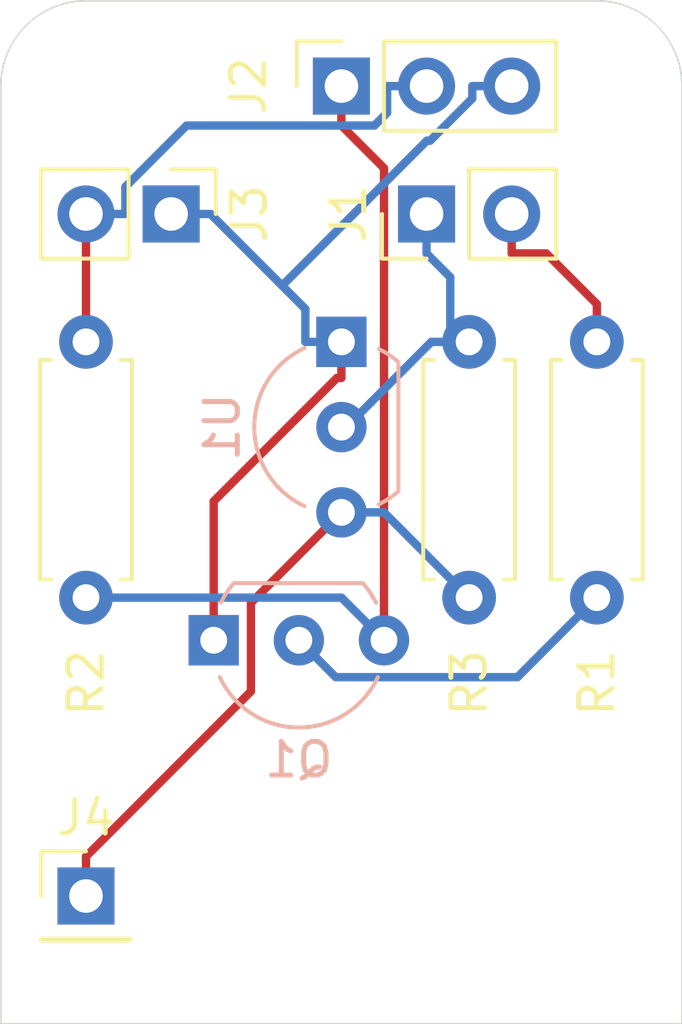
<source format=kicad_pcb>
(kicad_pcb (version 20171130) (host pcbnew "(5.1.2)-2")

  (general
    (thickness 1.6)
    (drawings 6)
    (tracks 47)
    (zones 0)
    (modules 9)
    (nets 8)
  )

  (page A4)
  (layers
    (0 F.Cu signal)
    (31 B.Cu signal)
    (32 B.Adhes user)
    (33 F.Adhes user)
    (34 B.Paste user)
    (35 F.Paste user)
    (36 B.SilkS user)
    (37 F.SilkS user)
    (38 B.Mask user)
    (39 F.Mask user)
    (40 Dwgs.User user)
    (41 Cmts.User user)
    (42 Eco1.User user)
    (43 Eco2.User user)
    (44 Edge.Cuts user)
    (45 Margin user)
    (46 B.CrtYd user)
    (47 F.CrtYd user)
    (48 B.Fab user)
    (49 F.Fab user)
  )

  (setup
    (last_trace_width 0.25)
    (trace_clearance 0.2)
    (zone_clearance 0.508)
    (zone_45_only no)
    (trace_min 0.2)
    (via_size 0.8)
    (via_drill 0.4)
    (via_min_size 0.4)
    (via_min_drill 0.3)
    (uvia_size 0.3)
    (uvia_drill 0.1)
    (uvias_allowed no)
    (uvia_min_size 0.2)
    (uvia_min_drill 0.1)
    (edge_width 0.05)
    (segment_width 0.2)
    (pcb_text_width 0.3)
    (pcb_text_size 1.5 1.5)
    (mod_edge_width 0.12)
    (mod_text_size 1 1)
    (mod_text_width 0.15)
    (pad_size 1.524 1.524)
    (pad_drill 0.762)
    (pad_to_mask_clearance 0.051)
    (solder_mask_min_width 0.25)
    (aux_axis_origin 0 0)
    (visible_elements FFFFFF7F)
    (pcbplotparams
      (layerselection 0x010fc_ffffffff)
      (usegerberextensions false)
      (usegerberattributes false)
      (usegerberadvancedattributes false)
      (creategerberjobfile false)
      (excludeedgelayer true)
      (linewidth 0.100000)
      (plotframeref false)
      (viasonmask false)
      (mode 1)
      (useauxorigin false)
      (hpglpennumber 1)
      (hpglpenspeed 20)
      (hpglpendiameter 15.000000)
      (psnegative false)
      (psa4output false)
      (plotreference true)
      (plotvalue true)
      (plotinvisibletext false)
      (padsonsilk false)
      (subtractmaskfromsilk false)
      (outputformat 1)
      (mirror false)
      (drillshape 0)
      (scaleselection 1)
      (outputdirectory "gerber/"))
  )

  (net 0 "")
  (net 1 "Net-(J1-Pad1)")
  (net 2 "Net-(J1-Pad2)")
  (net 3 "Net-(J2-Pad1)")
  (net 4 +5V)
  (net 5 GND)
  (net 6 +3V3)
  (net 7 "Net-(Q1-Pad2)")

  (net_class Default "This is the default net class."
    (clearance 0.2)
    (trace_width 0.25)
    (via_dia 0.8)
    (via_drill 0.4)
    (uvia_dia 0.3)
    (uvia_drill 0.1)
    (add_net +3V3)
    (add_net +5V)
    (add_net GND)
    (add_net "Net-(J1-Pad1)")
    (add_net "Net-(J1-Pad2)")
    (add_net "Net-(J2-Pad1)")
    (add_net "Net-(Q1-Pad2)")
  )

  (module Connector_PinHeader_2.54mm:PinHeader_1x02_P2.54mm_Vertical (layer F.Cu) (tedit 59FED5CC) (tstamp 5DDBC998)
    (at 139.7 73.66 90)
    (descr "Through hole straight pin header, 1x02, 2.54mm pitch, single row")
    (tags "Through hole pin header THT 1x02 2.54mm single row")
    (path /5DDC047E)
    (fp_text reference J1 (at 0 -2.33 90) (layer F.SilkS)
      (effects (font (size 1 1) (thickness 0.15)))
    )
    (fp_text value in_out (at 0 4.87 90) (layer F.Fab)
      (effects (font (size 1 1) (thickness 0.15)))
    )
    (fp_line (start -0.635 -1.27) (end 1.27 -1.27) (layer F.Fab) (width 0.1))
    (fp_line (start 1.27 -1.27) (end 1.27 3.81) (layer F.Fab) (width 0.1))
    (fp_line (start 1.27 3.81) (end -1.27 3.81) (layer F.Fab) (width 0.1))
    (fp_line (start -1.27 3.81) (end -1.27 -0.635) (layer F.Fab) (width 0.1))
    (fp_line (start -1.27 -0.635) (end -0.635 -1.27) (layer F.Fab) (width 0.1))
    (fp_line (start -1.33 3.87) (end 1.33 3.87) (layer F.SilkS) (width 0.12))
    (fp_line (start -1.33 1.27) (end -1.33 3.87) (layer F.SilkS) (width 0.12))
    (fp_line (start 1.33 1.27) (end 1.33 3.87) (layer F.SilkS) (width 0.12))
    (fp_line (start -1.33 1.27) (end 1.33 1.27) (layer F.SilkS) (width 0.12))
    (fp_line (start -1.33 0) (end -1.33 -1.33) (layer F.SilkS) (width 0.12))
    (fp_line (start -1.33 -1.33) (end 0 -1.33) (layer F.SilkS) (width 0.12))
    (fp_line (start -1.8 -1.8) (end -1.8 4.35) (layer F.CrtYd) (width 0.05))
    (fp_line (start -1.8 4.35) (end 1.8 4.35) (layer F.CrtYd) (width 0.05))
    (fp_line (start 1.8 4.35) (end 1.8 -1.8) (layer F.CrtYd) (width 0.05))
    (fp_line (start 1.8 -1.8) (end -1.8 -1.8) (layer F.CrtYd) (width 0.05))
    (fp_text user %R (at 0 1.27) (layer F.Fab)
      (effects (font (size 1 1) (thickness 0.15)))
    )
    (pad 1 thru_hole rect (at 0 0 90) (size 1.7 1.7) (drill 1) (layers *.Cu *.Mask)
      (net 1 "Net-(J1-Pad1)"))
    (pad 2 thru_hole oval (at 0 2.54 90) (size 1.7 1.7) (drill 1) (layers *.Cu *.Mask)
      (net 2 "Net-(J1-Pad2)"))
    (model ${KISYS3DMOD}/Connector_PinHeader_2.54mm.3dshapes/PinHeader_1x02_P2.54mm_Vertical.wrl
      (at (xyz 0 0 0))
      (scale (xyz 1 1 1))
      (rotate (xyz 0 0 0))
    )
  )

  (module Connector_PinSocket_2.54mm:PinSocket_1x03_P2.54mm_Vertical (layer F.Cu) (tedit 5A19A429) (tstamp 5DDBC9AF)
    (at 137.16 69.85 90)
    (descr "Through hole straight socket strip, 1x03, 2.54mm pitch, single row (from Kicad 4.0.7), script generated")
    (tags "Through hole socket strip THT 1x03 2.54mm single row")
    (path /5DDB7500)
    (fp_text reference J2 (at 0 -2.77 90) (layer F.SilkS)
      (effects (font (size 1 1) (thickness 0.15)))
    )
    (fp_text value cat5 (at 0 7.85 90) (layer F.Fab)
      (effects (font (size 1 1) (thickness 0.15)))
    )
    (fp_line (start -1.27 -1.27) (end 0.635 -1.27) (layer F.Fab) (width 0.1))
    (fp_line (start 0.635 -1.27) (end 1.27 -0.635) (layer F.Fab) (width 0.1))
    (fp_line (start 1.27 -0.635) (end 1.27 6.35) (layer F.Fab) (width 0.1))
    (fp_line (start 1.27 6.35) (end -1.27 6.35) (layer F.Fab) (width 0.1))
    (fp_line (start -1.27 6.35) (end -1.27 -1.27) (layer F.Fab) (width 0.1))
    (fp_line (start -1.33 1.27) (end 1.33 1.27) (layer F.SilkS) (width 0.12))
    (fp_line (start -1.33 1.27) (end -1.33 6.41) (layer F.SilkS) (width 0.12))
    (fp_line (start -1.33 6.41) (end 1.33 6.41) (layer F.SilkS) (width 0.12))
    (fp_line (start 1.33 1.27) (end 1.33 6.41) (layer F.SilkS) (width 0.12))
    (fp_line (start 1.33 -1.33) (end 1.33 0) (layer F.SilkS) (width 0.12))
    (fp_line (start 0 -1.33) (end 1.33 -1.33) (layer F.SilkS) (width 0.12))
    (fp_line (start -1.8 -1.8) (end 1.75 -1.8) (layer F.CrtYd) (width 0.05))
    (fp_line (start 1.75 -1.8) (end 1.75 6.85) (layer F.CrtYd) (width 0.05))
    (fp_line (start 1.75 6.85) (end -1.8 6.85) (layer F.CrtYd) (width 0.05))
    (fp_line (start -1.8 6.85) (end -1.8 -1.8) (layer F.CrtYd) (width 0.05))
    (fp_text user %R (at 0 2.54) (layer F.Fab)
      (effects (font (size 1 1) (thickness 0.15)))
    )
    (pad 1 thru_hole rect (at 0 0 90) (size 1.7 1.7) (drill 1) (layers *.Cu *.Mask)
      (net 3 "Net-(J2-Pad1)"))
    (pad 2 thru_hole oval (at 0 2.54 90) (size 1.7 1.7) (drill 1) (layers *.Cu *.Mask)
      (net 4 +5V))
    (pad 3 thru_hole oval (at 0 5.08 90) (size 1.7 1.7) (drill 1) (layers *.Cu *.Mask)
      (net 5 GND))
    (model ${KISYS3DMOD}/Connector_PinSocket_2.54mm.3dshapes/PinSocket_1x03_P2.54mm_Vertical.wrl
      (at (xyz 0 0 0))
      (scale (xyz 1 1 1))
      (rotate (xyz 0 0 0))
    )
  )

  (module Connector_PinHeader_2.54mm:PinHeader_1x02_P2.54mm_Vertical (layer F.Cu) (tedit 59FED5CC) (tstamp 5DDBC9C5)
    (at 132.08 73.66 270)
    (descr "Through hole straight pin header, 1x02, 2.54mm pitch, single row")
    (tags "Through hole pin header THT 1x02 2.54mm single row")
    (path /5DDC324E)
    (fp_text reference J3 (at 0 -2.33 90) (layer F.SilkS)
      (effects (font (size 1 1) (thickness 0.15)))
    )
    (fp_text value 5v_G (at -2.54 2.54 180) (layer F.Fab)
      (effects (font (size 1 1) (thickness 0.15)))
    )
    (fp_text user %R (at 0 1.27) (layer F.Fab)
      (effects (font (size 1 1) (thickness 0.15)))
    )
    (fp_line (start 1.8 -1.8) (end -1.8 -1.8) (layer F.CrtYd) (width 0.05))
    (fp_line (start 1.8 4.35) (end 1.8 -1.8) (layer F.CrtYd) (width 0.05))
    (fp_line (start -1.8 4.35) (end 1.8 4.35) (layer F.CrtYd) (width 0.05))
    (fp_line (start -1.8 -1.8) (end -1.8 4.35) (layer F.CrtYd) (width 0.05))
    (fp_line (start -1.33 -1.33) (end 0 -1.33) (layer F.SilkS) (width 0.12))
    (fp_line (start -1.33 0) (end -1.33 -1.33) (layer F.SilkS) (width 0.12))
    (fp_line (start -1.33 1.27) (end 1.33 1.27) (layer F.SilkS) (width 0.12))
    (fp_line (start 1.33 1.27) (end 1.33 3.87) (layer F.SilkS) (width 0.12))
    (fp_line (start -1.33 1.27) (end -1.33 3.87) (layer F.SilkS) (width 0.12))
    (fp_line (start -1.33 3.87) (end 1.33 3.87) (layer F.SilkS) (width 0.12))
    (fp_line (start -1.27 -0.635) (end -0.635 -1.27) (layer F.Fab) (width 0.1))
    (fp_line (start -1.27 3.81) (end -1.27 -0.635) (layer F.Fab) (width 0.1))
    (fp_line (start 1.27 3.81) (end -1.27 3.81) (layer F.Fab) (width 0.1))
    (fp_line (start 1.27 -1.27) (end 1.27 3.81) (layer F.Fab) (width 0.1))
    (fp_line (start -0.635 -1.27) (end 1.27 -1.27) (layer F.Fab) (width 0.1))
    (pad 2 thru_hole oval (at 0 2.54 270) (size 1.7 1.7) (drill 1) (layers *.Cu *.Mask)
      (net 4 +5V))
    (pad 1 thru_hole rect (at 0 0 270) (size 1.7 1.7) (drill 1) (layers *.Cu *.Mask)
      (net 5 GND))
    (model ${KISYS3DMOD}/Connector_PinHeader_2.54mm.3dshapes/PinHeader_1x02_P2.54mm_Vertical.wrl
      (at (xyz 0 0 0))
      (scale (xyz 1 1 1))
      (rotate (xyz 0 0 0))
    )
  )

  (module Connector_PinHeader_2.54mm:PinHeader_1x01_P2.54mm_Vertical (layer F.Cu) (tedit 59FED5CC) (tstamp 5DDBC9DA)
    (at 129.54 93.98)
    (descr "Through hole straight pin header, 1x01, 2.54mm pitch, single row")
    (tags "Through hole pin header THT 1x01 2.54mm single row")
    (path /5DDD2C9F)
    (fp_text reference J4 (at 0 -2.33) (layer F.SilkS)
      (effects (font (size 1 1) (thickness 0.15)))
    )
    (fp_text value 3.3v (at 0 2.33) (layer F.Fab)
      (effects (font (size 1 1) (thickness 0.15)))
    )
    (fp_line (start -0.635 -1.27) (end 1.27 -1.27) (layer F.Fab) (width 0.1))
    (fp_line (start 1.27 -1.27) (end 1.27 1.27) (layer F.Fab) (width 0.1))
    (fp_line (start 1.27 1.27) (end -1.27 1.27) (layer F.Fab) (width 0.1))
    (fp_line (start -1.27 1.27) (end -1.27 -0.635) (layer F.Fab) (width 0.1))
    (fp_line (start -1.27 -0.635) (end -0.635 -1.27) (layer F.Fab) (width 0.1))
    (fp_line (start -1.33 1.33) (end 1.33 1.33) (layer F.SilkS) (width 0.12))
    (fp_line (start -1.33 1.27) (end -1.33 1.33) (layer F.SilkS) (width 0.12))
    (fp_line (start 1.33 1.27) (end 1.33 1.33) (layer F.SilkS) (width 0.12))
    (fp_line (start -1.33 1.27) (end 1.33 1.27) (layer F.SilkS) (width 0.12))
    (fp_line (start -1.33 0) (end -1.33 -1.33) (layer F.SilkS) (width 0.12))
    (fp_line (start -1.33 -1.33) (end 0 -1.33) (layer F.SilkS) (width 0.12))
    (fp_line (start -1.8 -1.8) (end -1.8 1.8) (layer F.CrtYd) (width 0.05))
    (fp_line (start -1.8 1.8) (end 1.8 1.8) (layer F.CrtYd) (width 0.05))
    (fp_line (start 1.8 1.8) (end 1.8 -1.8) (layer F.CrtYd) (width 0.05))
    (fp_line (start 1.8 -1.8) (end -1.8 -1.8) (layer F.CrtYd) (width 0.05))
    (fp_text user %R (at 0 0 90) (layer F.Fab)
      (effects (font (size 1 1) (thickness 0.15)))
    )
    (pad 1 thru_hole rect (at 0 0) (size 1.7 1.7) (drill 1) (layers *.Cu *.Mask)
      (net 6 +3V3))
    (model ${KISYS3DMOD}/Connector_PinHeader_2.54mm.3dshapes/PinHeader_1x01_P2.54mm_Vertical.wrl
      (at (xyz 0 0 0))
      (scale (xyz 1 1 1))
      (rotate (xyz 0 0 0))
    )
  )

  (module Package_TO_SOT_THT:TO-92L_Inline_Wide (layer B.Cu) (tedit 5A11996A) (tstamp 5DDBC9EE)
    (at 133.35 86.36)
    (descr "TO-92L leads in-line (large body variant of TO-92), also known as TO-226, wide, drill 0.75mm (see https://www.diodes.com/assets/Package-Files/TO92L.pdf and http://www.ti.com/lit/an/snoa059/snoa059.pdf)")
    (tags "TO-92L Inline Wide transistor")
    (path /5DDB8A39)
    (fp_text reference Q1 (at 2.54 3.56) (layer B.SilkS)
      (effects (font (size 1 1) (thickness 0.15)) (justify mirror))
    )
    (fp_text value 2N2222A (at 2.54 3.81) (layer F.Fab)
      (effects (font (size 1 1) (thickness 0.15)))
    )
    (fp_text user %R (at 2.54 3.56) (layer B.Fab)
      (effects (font (size 1 1) (thickness 0.15)) (justify mirror))
    )
    (fp_line (start 0.6 -1.7) (end 4.45 -1.7) (layer B.SilkS) (width 0.12))
    (fp_line (start 0.65 -1.6) (end 4.4 -1.6) (layer B.Fab) (width 0.1))
    (fp_line (start -1 2.75) (end 6.1 2.75) (layer B.CrtYd) (width 0.05))
    (fp_line (start -1 2.75) (end -1 -1.85) (layer B.CrtYd) (width 0.05))
    (fp_line (start 6.1 -1.85) (end 6.1 2.75) (layer B.CrtYd) (width 0.05))
    (fp_line (start 6.1 -1.85) (end -1 -1.85) (layer B.CrtYd) (width 0.05))
    (fp_arc (start 2.54 0) (end 0.6 -1.7) (angle -15.44288892) (layer B.SilkS) (width 0.12))
    (fp_arc (start 2.54 0) (end 2.54 2.6) (angle 65) (layer B.SilkS) (width 0.12))
    (fp_arc (start 2.54 0) (end 2.54 2.6) (angle -65) (layer B.SilkS) (width 0.12))
    (fp_arc (start 2.54 0) (end 2.54 2.48) (angle -129.9527847) (layer B.Fab) (width 0.1))
    (fp_arc (start 2.54 0) (end 2.54 2.48) (angle 130.2499344) (layer B.Fab) (width 0.1))
    (fp_arc (start 2.54 0) (end 4.45 -1.7) (angle 15.88591585) (layer B.SilkS) (width 0.12))
    (pad 2 thru_hole circle (at 2.54 0 270) (size 1.5 1.5) (drill 0.8) (layers *.Cu *.Mask)
      (net 7 "Net-(Q1-Pad2)"))
    (pad 3 thru_hole circle (at 5.08 0 270) (size 1.5 1.5) (drill 0.8) (layers *.Cu *.Mask)
      (net 3 "Net-(J2-Pad1)"))
    (pad 1 thru_hole rect (at 0 0 270) (size 1.5 1.5) (drill 0.8) (layers *.Cu *.Mask)
      (net 5 GND))
    (model ${KISYS3DMOD}/Package_TO_SOT_THT.3dshapes/TO-92L_Inline_Wide.wrl
      (at (xyz 0 0 0))
      (scale (xyz 1 1 1))
      (rotate (xyz 0 0 0))
    )
  )

  (module Resistor_THT:R_Axial_DIN0207_L6.3mm_D2.5mm_P7.62mm_Horizontal (layer F.Cu) (tedit 5AE5139B) (tstamp 5DDBCA05)
    (at 144.78 85.09 90)
    (descr "Resistor, Axial_DIN0207 series, Axial, Horizontal, pin pitch=7.62mm, 0.25W = 1/4W, length*diameter=6.3*2.5mm^2, http://cdn-reichelt.de/documents/datenblatt/B400/1_4W%23YAG.pdf")
    (tags "Resistor Axial_DIN0207 series Axial Horizontal pin pitch 7.62mm 0.25W = 1/4W length 6.3mm diameter 2.5mm")
    (path /5DDBDDDA)
    (fp_text reference R1 (at -2.54 0 90) (layer F.SilkS)
      (effects (font (size 1 1) (thickness 0.15)))
    )
    (fp_text value 1k (at 5.08 0 90) (layer F.Fab)
      (effects (font (size 1 1) (thickness 0.15)))
    )
    (fp_text user %R (at 2.54 0 90) (layer F.Fab)
      (effects (font (size 1 1) (thickness 0.15)))
    )
    (fp_line (start 8.67 -1.5) (end -1.05 -1.5) (layer F.CrtYd) (width 0.05))
    (fp_line (start 8.67 1.5) (end 8.67 -1.5) (layer F.CrtYd) (width 0.05))
    (fp_line (start -1.05 1.5) (end 8.67 1.5) (layer F.CrtYd) (width 0.05))
    (fp_line (start -1.05 -1.5) (end -1.05 1.5) (layer F.CrtYd) (width 0.05))
    (fp_line (start 7.08 1.37) (end 7.08 1.04) (layer F.SilkS) (width 0.12))
    (fp_line (start 0.54 1.37) (end 7.08 1.37) (layer F.SilkS) (width 0.12))
    (fp_line (start 0.54 1.04) (end 0.54 1.37) (layer F.SilkS) (width 0.12))
    (fp_line (start 7.08 -1.37) (end 7.08 -1.04) (layer F.SilkS) (width 0.12))
    (fp_line (start 0.54 -1.37) (end 7.08 -1.37) (layer F.SilkS) (width 0.12))
    (fp_line (start 0.54 -1.04) (end 0.54 -1.37) (layer F.SilkS) (width 0.12))
    (fp_line (start 7.62 0) (end 6.96 0) (layer F.Fab) (width 0.1))
    (fp_line (start 0 0) (end 0.66 0) (layer F.Fab) (width 0.1))
    (fp_line (start 6.96 -1.25) (end 0.66 -1.25) (layer F.Fab) (width 0.1))
    (fp_line (start 6.96 1.25) (end 6.96 -1.25) (layer F.Fab) (width 0.1))
    (fp_line (start 0.66 1.25) (end 6.96 1.25) (layer F.Fab) (width 0.1))
    (fp_line (start 0.66 -1.25) (end 0.66 1.25) (layer F.Fab) (width 0.1))
    (pad 2 thru_hole oval (at 7.62 0 90) (size 1.6 1.6) (drill 0.8) (layers *.Cu *.Mask)
      (net 2 "Net-(J1-Pad2)"))
    (pad 1 thru_hole circle (at 0 0 90) (size 1.6 1.6) (drill 0.8) (layers *.Cu *.Mask)
      (net 7 "Net-(Q1-Pad2)"))
    (model ${KISYS3DMOD}/Resistor_THT.3dshapes/R_Axial_DIN0207_L6.3mm_D2.5mm_P7.62mm_Horizontal.wrl
      (at (xyz 0 0 0))
      (scale (xyz 1 1 1))
      (rotate (xyz 0 0 0))
    )
  )

  (module Resistor_THT:R_Axial_DIN0207_L6.3mm_D2.5mm_P7.62mm_Horizontal (layer F.Cu) (tedit 5AE5139B) (tstamp 5DDBCA1C)
    (at 129.54 77.47 270)
    (descr "Resistor, Axial_DIN0207 series, Axial, Horizontal, pin pitch=7.62mm, 0.25W = 1/4W, length*diameter=6.3*2.5mm^2, http://cdn-reichelt.de/documents/datenblatt/B400/1_4W%23YAG.pdf")
    (tags "Resistor Axial_DIN0207 series Axial Horizontal pin pitch 7.62mm 0.25W = 1/4W length 6.3mm diameter 2.5mm")
    (path /5DDBC4C5)
    (fp_text reference R2 (at 10.16 0 90) (layer F.SilkS)
      (effects (font (size 1 1) (thickness 0.15)))
    )
    (fp_text value 470 (at 2.54 0 90) (layer F.Fab)
      (effects (font (size 1 1) (thickness 0.15)))
    )
    (fp_line (start 0.66 -1.25) (end 0.66 1.25) (layer F.Fab) (width 0.1))
    (fp_line (start 0.66 1.25) (end 6.96 1.25) (layer F.Fab) (width 0.1))
    (fp_line (start 6.96 1.25) (end 6.96 -1.25) (layer F.Fab) (width 0.1))
    (fp_line (start 6.96 -1.25) (end 0.66 -1.25) (layer F.Fab) (width 0.1))
    (fp_line (start 0 0) (end 0.66 0) (layer F.Fab) (width 0.1))
    (fp_line (start 7.62 0) (end 6.96 0) (layer F.Fab) (width 0.1))
    (fp_line (start 0.54 -1.04) (end 0.54 -1.37) (layer F.SilkS) (width 0.12))
    (fp_line (start 0.54 -1.37) (end 7.08 -1.37) (layer F.SilkS) (width 0.12))
    (fp_line (start 7.08 -1.37) (end 7.08 -1.04) (layer F.SilkS) (width 0.12))
    (fp_line (start 0.54 1.04) (end 0.54 1.37) (layer F.SilkS) (width 0.12))
    (fp_line (start 0.54 1.37) (end 7.08 1.37) (layer F.SilkS) (width 0.12))
    (fp_line (start 7.08 1.37) (end 7.08 1.04) (layer F.SilkS) (width 0.12))
    (fp_line (start -1.05 -1.5) (end -1.05 1.5) (layer F.CrtYd) (width 0.05))
    (fp_line (start -1.05 1.5) (end 8.67 1.5) (layer F.CrtYd) (width 0.05))
    (fp_line (start 8.67 1.5) (end 8.67 -1.5) (layer F.CrtYd) (width 0.05))
    (fp_line (start 8.67 -1.5) (end -1.05 -1.5) (layer F.CrtYd) (width 0.05))
    (fp_text user %R (at 5.08 0 90) (layer F.Fab)
      (effects (font (size 1 1) (thickness 0.15)))
    )
    (pad 1 thru_hole circle (at 0 0 270) (size 1.6 1.6) (drill 0.8) (layers *.Cu *.Mask)
      (net 4 +5V))
    (pad 2 thru_hole oval (at 7.62 0 270) (size 1.6 1.6) (drill 0.8) (layers *.Cu *.Mask)
      (net 3 "Net-(J2-Pad1)"))
    (model ${KISYS3DMOD}/Resistor_THT.3dshapes/R_Axial_DIN0207_L6.3mm_D2.5mm_P7.62mm_Horizontal.wrl
      (at (xyz 0 0 0))
      (scale (xyz 1 1 1))
      (rotate (xyz 0 0 0))
    )
  )

  (module Resistor_THT:R_Axial_DIN0207_L6.3mm_D2.5mm_P7.62mm_Horizontal (layer F.Cu) (tedit 5AE5139B) (tstamp 5DDBCA33)
    (at 140.97 85.09 90)
    (descr "Resistor, Axial_DIN0207 series, Axial, Horizontal, pin pitch=7.62mm, 0.25W = 1/4W, length*diameter=6.3*2.5mm^2, http://cdn-reichelt.de/documents/datenblatt/B400/1_4W%23YAG.pdf")
    (tags "Resistor Axial_DIN0207 series Axial Horizontal pin pitch 7.62mm 0.25W = 1/4W length 6.3mm diameter 2.5mm")
    (path /5DDD068D)
    (fp_text reference R3 (at -2.54 0 90) (layer F.SilkS)
      (effects (font (size 1 1) (thickness 0.15)))
    )
    (fp_text value 4.7k (at 5.08 0 90) (layer F.Fab)
      (effects (font (size 1 1) (thickness 0.15)))
    )
    (fp_line (start 0.66 -1.25) (end 0.66 1.25) (layer F.Fab) (width 0.1))
    (fp_line (start 0.66 1.25) (end 6.96 1.25) (layer F.Fab) (width 0.1))
    (fp_line (start 6.96 1.25) (end 6.96 -1.25) (layer F.Fab) (width 0.1))
    (fp_line (start 6.96 -1.25) (end 0.66 -1.25) (layer F.Fab) (width 0.1))
    (fp_line (start 0 0) (end 0.66 0) (layer F.Fab) (width 0.1))
    (fp_line (start 7.62 0) (end 6.96 0) (layer F.Fab) (width 0.1))
    (fp_line (start 0.54 -1.04) (end 0.54 -1.37) (layer F.SilkS) (width 0.12))
    (fp_line (start 0.54 -1.37) (end 7.08 -1.37) (layer F.SilkS) (width 0.12))
    (fp_line (start 7.08 -1.37) (end 7.08 -1.04) (layer F.SilkS) (width 0.12))
    (fp_line (start 0.54 1.04) (end 0.54 1.37) (layer F.SilkS) (width 0.12))
    (fp_line (start 0.54 1.37) (end 7.08 1.37) (layer F.SilkS) (width 0.12))
    (fp_line (start 7.08 1.37) (end 7.08 1.04) (layer F.SilkS) (width 0.12))
    (fp_line (start -1.05 -1.5) (end -1.05 1.5) (layer F.CrtYd) (width 0.05))
    (fp_line (start -1.05 1.5) (end 8.67 1.5) (layer F.CrtYd) (width 0.05))
    (fp_line (start 8.67 1.5) (end 8.67 -1.5) (layer F.CrtYd) (width 0.05))
    (fp_line (start 8.67 -1.5) (end -1.05 -1.5) (layer F.CrtYd) (width 0.05))
    (fp_text user %R (at 2.54 0 90) (layer F.Fab)
      (effects (font (size 1 1) (thickness 0.15)))
    )
    (pad 1 thru_hole circle (at 0 0 90) (size 1.6 1.6) (drill 0.8) (layers *.Cu *.Mask)
      (net 6 +3V3))
    (pad 2 thru_hole oval (at 7.62 0 90) (size 1.6 1.6) (drill 0.8) (layers *.Cu *.Mask)
      (net 1 "Net-(J1-Pad1)"))
    (model ${KISYS3DMOD}/Resistor_THT.3dshapes/R_Axial_DIN0207_L6.3mm_D2.5mm_P7.62mm_Horizontal.wrl
      (at (xyz 0 0 0))
      (scale (xyz 1 1 1))
      (rotate (xyz 0 0 0))
    )
  )

  (module Package_TO_SOT_THT:TO-92L_Inline_Wide (layer B.Cu) (tedit 5A11996A) (tstamp 5DDBCA47)
    (at 137.16 77.47 270)
    (descr "TO-92L leads in-line (large body variant of TO-92), also known as TO-226, wide, drill 0.75mm (see https://www.diodes.com/assets/Package-Files/TO92L.pdf and http://www.ti.com/lit/an/snoa059/snoa059.pdf)")
    (tags "TO-92L Inline Wide transistor")
    (path /5DDCAF64)
    (fp_text reference U1 (at 2.54 3.56 90) (layer B.SilkS)
      (effects (font (size 1 1) (thickness 0.15)) (justify mirror))
    )
    (fp_text value DS18B20 (at 2.54 3.81 90) (layer F.Fab)
      (effects (font (size 1 1) (thickness 0.15)))
    )
    (fp_arc (start 2.54 0) (end 4.45 -1.7) (angle 15.88591585) (layer B.SilkS) (width 0.12))
    (fp_arc (start 2.54 0) (end 2.54 2.48) (angle 130.2499344) (layer B.Fab) (width 0.1))
    (fp_arc (start 2.54 0) (end 2.54 2.48) (angle -129.9527847) (layer B.Fab) (width 0.1))
    (fp_arc (start 2.54 0) (end 2.54 2.6) (angle -65) (layer B.SilkS) (width 0.12))
    (fp_arc (start 2.54 0) (end 2.54 2.6) (angle 65) (layer B.SilkS) (width 0.12))
    (fp_arc (start 2.54 0) (end 0.6 -1.7) (angle -15.44288892) (layer B.SilkS) (width 0.12))
    (fp_line (start 6.1 -1.85) (end -1 -1.85) (layer B.CrtYd) (width 0.05))
    (fp_line (start 6.1 -1.85) (end 6.1 2.75) (layer B.CrtYd) (width 0.05))
    (fp_line (start -1 2.75) (end -1 -1.85) (layer B.CrtYd) (width 0.05))
    (fp_line (start -1 2.75) (end 6.1 2.75) (layer B.CrtYd) (width 0.05))
    (fp_line (start 0.65 -1.6) (end 4.4 -1.6) (layer B.Fab) (width 0.1))
    (fp_line (start 0.6 -1.7) (end 4.45 -1.7) (layer B.SilkS) (width 0.12))
    (fp_text user %R (at 2.54 3.56 90) (layer B.Fab)
      (effects (font (size 1 1) (thickness 0.15)) (justify mirror))
    )
    (pad 1 thru_hole rect (at 0 0 180) (size 1.5 1.5) (drill 0.8) (layers *.Cu *.Mask)
      (net 5 GND))
    (pad 3 thru_hole circle (at 5.08 0 180) (size 1.5 1.5) (drill 0.8) (layers *.Cu *.Mask)
      (net 6 +3V3))
    (pad 2 thru_hole circle (at 2.54 0 180) (size 1.5 1.5) (drill 0.8) (layers *.Cu *.Mask)
      (net 1 "Net-(J1-Pad1)"))
    (model ${KISYS3DMOD}/Package_TO_SOT_THT.3dshapes/TO-92L_Inline_Wide.wrl
      (at (xyz 0 0 0))
      (scale (xyz 1 1 1))
      (rotate (xyz 0 0 0))
    )
  )

  (gr_line (start 127 69.85) (end 127 97.79) (layer Edge.Cuts) (width 0.05) (tstamp 5DDBD4E8))
  (gr_arc (start 129.54 69.85) (end 129.54 67.31) (angle -90) (layer Edge.Cuts) (width 0.05))
  (gr_line (start 144.78 67.31) (end 129.54 67.31) (layer Edge.Cuts) (width 0.05))
  (gr_arc (start 144.78 69.85) (end 147.32 69.85) (angle -90) (layer Edge.Cuts) (width 0.05))
  (gr_line (start 147.32 97.79) (end 147.32 69.85) (layer Edge.Cuts) (width 0.05))
  (gr_line (start 127 97.79) (end 147.32 97.79) (layer Edge.Cuts) (width 0.05))

  (segment (start 139.7 73.66) (end 139.7 74.8353) (width 0.25) (layer B.Cu) (net 1))
  (segment (start 140.4074 77.47) (end 140.4074 75.5427) (width 0.25) (layer B.Cu) (net 1))
  (segment (start 140.4074 75.5427) (end 139.7 74.8353) (width 0.25) (layer B.Cu) (net 1))
  (segment (start 140.4074 77.47) (end 139.8447 77.47) (width 0.25) (layer B.Cu) (net 1))
  (segment (start 140.97 77.47) (end 140.4074 77.47) (width 0.25) (layer B.Cu) (net 1))
  (segment (start 137.16 80.01) (end 137.3047 80.01) (width 0.25) (layer B.Cu) (net 1))
  (segment (start 137.3047 80.01) (end 139.8447 77.47) (width 0.25) (layer B.Cu) (net 1))
  (segment (start 142.24 73.66) (end 142.24 74.8353) (width 0.25) (layer F.Cu) (net 2))
  (segment (start 144.78 77.47) (end 144.78 76.3447) (width 0.25) (layer F.Cu) (net 2))
  (segment (start 144.78 76.3447) (end 143.2706 74.8353) (width 0.25) (layer F.Cu) (net 2))
  (segment (start 143.2706 74.8353) (end 142.24 74.8353) (width 0.25) (layer F.Cu) (net 2))
  (segment (start 137.16 69.85) (end 137.16 71.0253) (width 0.25) (layer F.Cu) (net 3))
  (segment (start 138.43 86.36) (end 138.43 72.2953) (width 0.25) (layer F.Cu) (net 3))
  (segment (start 138.43 72.2953) (end 137.16 71.0253) (width 0.25) (layer F.Cu) (net 3))
  (segment (start 129.54 85.09) (end 137.16 85.09) (width 0.25) (layer B.Cu) (net 3))
  (segment (start 137.16 85.09) (end 138.43 86.36) (width 0.25) (layer B.Cu) (net 3))
  (segment (start 139.7 69.85) (end 138.5247 69.85) (width 0.25) (layer B.Cu) (net 4))
  (segment (start 129.54 73.66) (end 130.7153 73.66) (width 0.25) (layer B.Cu) (net 4))
  (segment (start 130.7153 73.66) (end 130.7153 72.852) (width 0.25) (layer B.Cu) (net 4))
  (segment (start 130.7153 72.852) (end 132.542 71.0253) (width 0.25) (layer B.Cu) (net 4))
  (segment (start 132.542 71.0253) (end 138.1448 71.0253) (width 0.25) (layer B.Cu) (net 4))
  (segment (start 138.1448 71.0253) (end 138.5247 70.6454) (width 0.25) (layer B.Cu) (net 4))
  (segment (start 138.5247 70.6454) (end 138.5247 69.85) (width 0.25) (layer B.Cu) (net 4))
  (segment (start 129.54 77.47) (end 129.54 73.66) (width 0.25) (layer F.Cu) (net 4))
  (segment (start 135.3906 75.7953) (end 133.2553 73.66) (width 0.25) (layer B.Cu) (net 5))
  (segment (start 136.0847 77.47) (end 136.0847 76.4894) (width 0.25) (layer B.Cu) (net 5))
  (segment (start 136.0847 76.4894) (end 135.3906 75.7953) (width 0.25) (layer B.Cu) (net 5))
  (segment (start 135.3906 75.7953) (end 139.7092 71.4767) (width 0.25) (layer B.Cu) (net 5))
  (segment (start 139.7092 71.4767) (end 139.8053 71.4767) (width 0.25) (layer B.Cu) (net 5))
  (segment (start 139.8053 71.4767) (end 141.0647 70.2173) (width 0.25) (layer B.Cu) (net 5))
  (segment (start 141.0647 70.2173) (end 141.0647 69.85) (width 0.25) (layer B.Cu) (net 5))
  (segment (start 142.24 69.85) (end 141.0647 69.85) (width 0.25) (layer B.Cu) (net 5))
  (segment (start 137.16 77.47) (end 136.0847 77.47) (width 0.25) (layer B.Cu) (net 5))
  (segment (start 132.08 73.66) (end 133.2553 73.66) (width 0.25) (layer B.Cu) (net 5))
  (segment (start 137.16 77.47) (end 137.16 78.5453) (width 0.25) (layer F.Cu) (net 5))
  (segment (start 133.35 86.36) (end 133.35 82.2209) (width 0.25) (layer F.Cu) (net 5))
  (segment (start 133.35 82.2209) (end 137.0256 78.5453) (width 0.25) (layer F.Cu) (net 5))
  (segment (start 137.0256 78.5453) (end 137.16 78.5453) (width 0.25) (layer F.Cu) (net 5))
  (segment (start 129.54 93.98) (end 129.54 92.8047) (width 0.25) (layer F.Cu) (net 6))
  (segment (start 137.16 82.55) (end 134.4607 85.2493) (width 0.25) (layer F.Cu) (net 6))
  (segment (start 134.4607 85.2493) (end 134.4607 87.884) (width 0.25) (layer F.Cu) (net 6))
  (segment (start 134.4607 87.884) (end 129.54 92.8047) (width 0.25) (layer F.Cu) (net 6))
  (segment (start 137.16 82.55) (end 138.43 82.55) (width 0.25) (layer B.Cu) (net 6))
  (segment (start 138.43 82.55) (end 140.97 85.09) (width 0.25) (layer B.Cu) (net 6))
  (segment (start 144.78 85.09) (end 142.4094 87.4606) (width 0.25) (layer B.Cu) (net 7))
  (segment (start 142.4094 87.4606) (end 136.9906 87.4606) (width 0.25) (layer B.Cu) (net 7))
  (segment (start 136.9906 87.4606) (end 135.89 86.36) (width 0.25) (layer B.Cu) (net 7))

)

</source>
